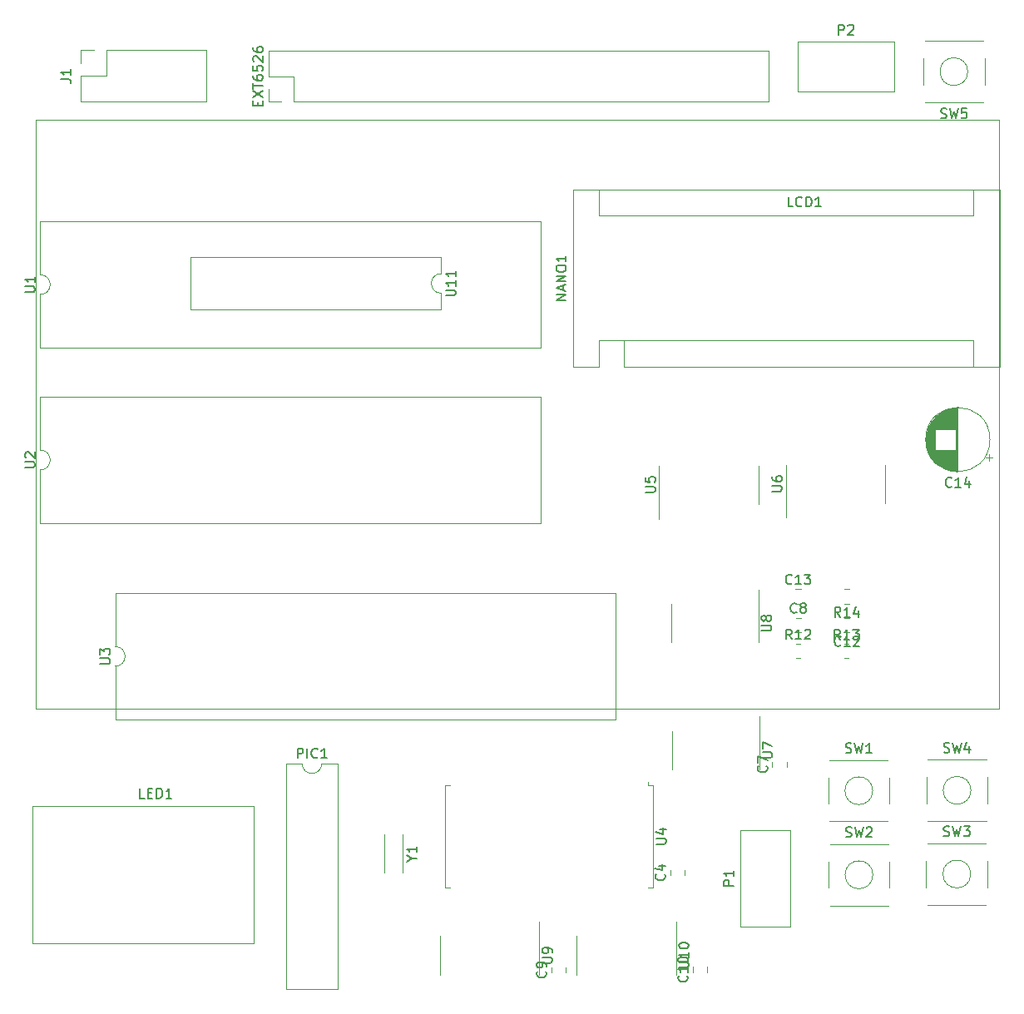
<source format=gbr>
%TF.GenerationSoftware,KiCad,Pcbnew,(5.1.7)-1*%
%TF.CreationDate,2020-12-26T11:55:58+01:00*%
%TF.ProjectId,sbc6526,73626336-3532-4362-9e6b-696361645f70,rev?*%
%TF.SameCoordinates,Original*%
%TF.FileFunction,Legend,Top*%
%TF.FilePolarity,Positive*%
%FSLAX46Y46*%
G04 Gerber Fmt 4.6, Leading zero omitted, Abs format (unit mm)*
G04 Created by KiCad (PCBNEW (5.1.7)-1) date 2020-12-26 11:55:58*
%MOMM*%
%LPD*%
G01*
G04 APERTURE LIST*
%ADD10C,0.120000*%
%ADD11C,0.150000*%
G04 APERTURE END LIST*
D10*
%TO.C,U3*%
X108995000Y-107610000D02*
X108995000Y-113070000D01*
X159915000Y-107610000D02*
X108995000Y-107610000D01*
X159915000Y-120530000D02*
X159915000Y-107610000D01*
X108995000Y-120530000D02*
X159915000Y-120530000D01*
X108995000Y-115070000D02*
X108995000Y-120530000D01*
X108995000Y-113070000D02*
G75*
G02*
X108995000Y-115070000I0J-1000000D01*
G01*
%TO.C,LCD1*%
X100925000Y-59425000D02*
X100925000Y-119425000D01*
X198925000Y-59425000D02*
X100925000Y-59425000D01*
X198925000Y-119425000D02*
X198925000Y-59425000D01*
X100925000Y-119425000D02*
X198925000Y-119425000D01*
%TO.C,U2*%
X101370000Y-87620000D02*
X101370000Y-93080000D01*
X152290000Y-87620000D02*
X101370000Y-87620000D01*
X152290000Y-100540000D02*
X152290000Y-87620000D01*
X101370000Y-100540000D02*
X152290000Y-100540000D01*
X101370000Y-95080000D02*
X101370000Y-100540000D01*
X101370000Y-93080000D02*
G75*
G02*
X101370000Y-95080000I0J-1000000D01*
G01*
%TO.C,EXT6526*%
X124570000Y-57630000D02*
X124570000Y-56300000D01*
X125900000Y-57630000D02*
X124570000Y-57630000D01*
X124570000Y-55030000D02*
X124570000Y-52430000D01*
X127170000Y-55030000D02*
X124570000Y-55030000D01*
X127170000Y-57630000D02*
X127170000Y-55030000D01*
X124570000Y-52430000D02*
X175490000Y-52430000D01*
X127170000Y-57630000D02*
X175490000Y-57630000D01*
X175490000Y-57630000D02*
X175490000Y-52430000D01*
%TO.C,LED1*%
X123100000Y-129300000D02*
X100600000Y-129300000D01*
X123100000Y-143300000D02*
X123100000Y-129300000D01*
X100600000Y-143300000D02*
X123100000Y-143300000D01*
X100600000Y-129300000D02*
X100600000Y-143300000D01*
%TO.C,P1*%
X172603000Y-131767000D02*
X177673000Y-131767000D01*
X172603000Y-141537000D02*
X177673000Y-141537000D01*
X177673000Y-141537000D02*
X177673000Y-131767000D01*
X172603000Y-141537000D02*
X172603000Y-131767000D01*
%TO.C,C12*%
X183723752Y-110140000D02*
X183201248Y-110140000D01*
X183723752Y-111610000D02*
X183201248Y-111610000D01*
%TO.C,R13*%
X183197936Y-114260000D02*
X183652064Y-114260000D01*
X183197936Y-112790000D02*
X183652064Y-112790000D01*
%TO.C,R14*%
X183677064Y-107215000D02*
X183222936Y-107215000D01*
X183677064Y-108685000D02*
X183222936Y-108685000D01*
%TO.C,R12*%
X178272936Y-114250000D02*
X178727064Y-114250000D01*
X178272936Y-112780000D02*
X178727064Y-112780000D01*
%TO.C,C4*%
X166935000Y-136323752D02*
X166935000Y-135801248D01*
X165465000Y-136323752D02*
X165465000Y-135801248D01*
%TO.C,C7*%
X177335000Y-125323752D02*
X177335000Y-124801248D01*
X175865000Y-125323752D02*
X175865000Y-124801248D01*
%TO.C,C8*%
X178248748Y-111620000D02*
X178771252Y-111620000D01*
X178248748Y-110150000D02*
X178771252Y-110150000D01*
%TO.C,C9*%
X154835000Y-146223752D02*
X154835000Y-145701248D01*
X153365000Y-146223752D02*
X153365000Y-145701248D01*
%TO.C,C10*%
X169235000Y-146198752D02*
X169235000Y-145676248D01*
X167765000Y-146198752D02*
X167765000Y-145676248D01*
%TO.C,C13*%
X178238748Y-108685000D02*
X178761252Y-108685000D01*
X178238748Y-107215000D02*
X178761252Y-107215000D01*
%TO.C,C14*%
X197935241Y-94154000D02*
X197935241Y-93524000D01*
X198250241Y-93839000D02*
X197620241Y-93839000D01*
X191509000Y-92402000D02*
X191509000Y-91598000D01*
X191549000Y-92633000D02*
X191549000Y-91367000D01*
X191589000Y-92802000D02*
X191589000Y-91198000D01*
X191629000Y-92940000D02*
X191629000Y-91060000D01*
X191669000Y-93059000D02*
X191669000Y-90941000D01*
X191709000Y-93165000D02*
X191709000Y-90835000D01*
X191749000Y-93262000D02*
X191749000Y-90738000D01*
X191789000Y-93350000D02*
X191789000Y-90650000D01*
X191829000Y-93432000D02*
X191829000Y-90568000D01*
X191869000Y-93509000D02*
X191869000Y-90491000D01*
X191909000Y-93581000D02*
X191909000Y-90419000D01*
X191949000Y-93650000D02*
X191949000Y-90350000D01*
X191989000Y-93714000D02*
X191989000Y-90286000D01*
X192029000Y-93776000D02*
X192029000Y-90224000D01*
X192069000Y-93834000D02*
X192069000Y-90166000D01*
X192109000Y-93890000D02*
X192109000Y-90110000D01*
X192149000Y-93944000D02*
X192149000Y-90056000D01*
X192189000Y-93995000D02*
X192189000Y-90005000D01*
X192229000Y-94044000D02*
X192229000Y-89956000D01*
X192269000Y-94092000D02*
X192269000Y-89908000D01*
X192309000Y-94137000D02*
X192309000Y-89863000D01*
X192349000Y-94182000D02*
X192349000Y-89818000D01*
X192389000Y-94224000D02*
X192389000Y-89776000D01*
X192429000Y-94265000D02*
X192429000Y-89735000D01*
X192469000Y-90960000D02*
X192469000Y-89695000D01*
X192469000Y-94305000D02*
X192469000Y-93040000D01*
X192509000Y-90960000D02*
X192509000Y-89657000D01*
X192509000Y-94343000D02*
X192509000Y-93040000D01*
X192549000Y-90960000D02*
X192549000Y-89620000D01*
X192549000Y-94380000D02*
X192549000Y-93040000D01*
X192589000Y-90960000D02*
X192589000Y-89584000D01*
X192589000Y-94416000D02*
X192589000Y-93040000D01*
X192629000Y-90960000D02*
X192629000Y-89550000D01*
X192629000Y-94450000D02*
X192629000Y-93040000D01*
X192669000Y-90960000D02*
X192669000Y-89516000D01*
X192669000Y-94484000D02*
X192669000Y-93040000D01*
X192709000Y-90960000D02*
X192709000Y-89484000D01*
X192709000Y-94516000D02*
X192709000Y-93040000D01*
X192749000Y-90960000D02*
X192749000Y-89452000D01*
X192749000Y-94548000D02*
X192749000Y-93040000D01*
X192789000Y-90960000D02*
X192789000Y-89422000D01*
X192789000Y-94578000D02*
X192789000Y-93040000D01*
X192829000Y-90960000D02*
X192829000Y-89393000D01*
X192829000Y-94607000D02*
X192829000Y-93040000D01*
X192869000Y-90960000D02*
X192869000Y-89364000D01*
X192869000Y-94636000D02*
X192869000Y-93040000D01*
X192909000Y-90960000D02*
X192909000Y-89336000D01*
X192909000Y-94664000D02*
X192909000Y-93040000D01*
X192949000Y-90960000D02*
X192949000Y-89310000D01*
X192949000Y-94690000D02*
X192949000Y-93040000D01*
X192989000Y-90960000D02*
X192989000Y-89284000D01*
X192989000Y-94716000D02*
X192989000Y-93040000D01*
X193029000Y-90960000D02*
X193029000Y-89258000D01*
X193029000Y-94742000D02*
X193029000Y-93040000D01*
X193069000Y-90960000D02*
X193069000Y-89234000D01*
X193069000Y-94766000D02*
X193069000Y-93040000D01*
X193109000Y-90960000D02*
X193109000Y-89210000D01*
X193109000Y-94790000D02*
X193109000Y-93040000D01*
X193149000Y-90960000D02*
X193149000Y-89188000D01*
X193149000Y-94812000D02*
X193149000Y-93040000D01*
X193189000Y-90960000D02*
X193189000Y-89166000D01*
X193189000Y-94834000D02*
X193189000Y-93040000D01*
X193229000Y-90960000D02*
X193229000Y-89144000D01*
X193229000Y-94856000D02*
X193229000Y-93040000D01*
X193269000Y-90960000D02*
X193269000Y-89124000D01*
X193269000Y-94876000D02*
X193269000Y-93040000D01*
X193309000Y-90960000D02*
X193309000Y-89104000D01*
X193309000Y-94896000D02*
X193309000Y-93040000D01*
X193349000Y-90960000D02*
X193349000Y-89084000D01*
X193349000Y-94916000D02*
X193349000Y-93040000D01*
X193389000Y-90960000D02*
X193389000Y-89066000D01*
X193389000Y-94934000D02*
X193389000Y-93040000D01*
X193429000Y-90960000D02*
X193429000Y-89048000D01*
X193429000Y-94952000D02*
X193429000Y-93040000D01*
X193469000Y-90960000D02*
X193469000Y-89030000D01*
X193469000Y-94970000D02*
X193469000Y-93040000D01*
X193509000Y-90960000D02*
X193509000Y-89014000D01*
X193509000Y-94986000D02*
X193509000Y-93040000D01*
X193549000Y-90960000D02*
X193549000Y-88998000D01*
X193549000Y-95002000D02*
X193549000Y-93040000D01*
X193589000Y-90960000D02*
X193589000Y-88982000D01*
X193589000Y-95018000D02*
X193589000Y-93040000D01*
X193629000Y-90960000D02*
X193629000Y-88967000D01*
X193629000Y-95033000D02*
X193629000Y-93040000D01*
X193669000Y-90960000D02*
X193669000Y-88953000D01*
X193669000Y-95047000D02*
X193669000Y-93040000D01*
X193709000Y-90960000D02*
X193709000Y-88939000D01*
X193709000Y-95061000D02*
X193709000Y-93040000D01*
X193749000Y-90960000D02*
X193749000Y-88926000D01*
X193749000Y-95074000D02*
X193749000Y-93040000D01*
X193789000Y-90960000D02*
X193789000Y-88914000D01*
X193789000Y-95086000D02*
X193789000Y-93040000D01*
X193829000Y-90960000D02*
X193829000Y-88902000D01*
X193829000Y-95098000D02*
X193829000Y-93040000D01*
X193869000Y-90960000D02*
X193869000Y-88890000D01*
X193869000Y-95110000D02*
X193869000Y-93040000D01*
X193909000Y-90960000D02*
X193909000Y-88879000D01*
X193909000Y-95121000D02*
X193909000Y-93040000D01*
X193949000Y-90960000D02*
X193949000Y-88869000D01*
X193949000Y-95131000D02*
X193949000Y-93040000D01*
X193989000Y-90960000D02*
X193989000Y-88859000D01*
X193989000Y-95141000D02*
X193989000Y-93040000D01*
X194029000Y-90960000D02*
X194029000Y-88850000D01*
X194029000Y-95150000D02*
X194029000Y-93040000D01*
X194070000Y-90960000D02*
X194070000Y-88841000D01*
X194070000Y-95159000D02*
X194070000Y-93040000D01*
X194110000Y-90960000D02*
X194110000Y-88833000D01*
X194110000Y-95167000D02*
X194110000Y-93040000D01*
X194150000Y-90960000D02*
X194150000Y-88825000D01*
X194150000Y-95175000D02*
X194150000Y-93040000D01*
X194190000Y-90960000D02*
X194190000Y-88818000D01*
X194190000Y-95182000D02*
X194190000Y-93040000D01*
X194230000Y-90960000D02*
X194230000Y-88811000D01*
X194230000Y-95189000D02*
X194230000Y-93040000D01*
X194270000Y-90960000D02*
X194270000Y-88805000D01*
X194270000Y-95195000D02*
X194270000Y-93040000D01*
X194310000Y-90960000D02*
X194310000Y-88799000D01*
X194310000Y-95201000D02*
X194310000Y-93040000D01*
X194350000Y-90960000D02*
X194350000Y-88794000D01*
X194350000Y-95206000D02*
X194350000Y-93040000D01*
X194390000Y-90960000D02*
X194390000Y-88789000D01*
X194390000Y-95211000D02*
X194390000Y-93040000D01*
X194430000Y-90960000D02*
X194430000Y-88785000D01*
X194430000Y-95215000D02*
X194430000Y-93040000D01*
X194470000Y-90960000D02*
X194470000Y-88782000D01*
X194470000Y-95218000D02*
X194470000Y-93040000D01*
X194510000Y-90960000D02*
X194510000Y-88778000D01*
X194510000Y-95222000D02*
X194510000Y-93040000D01*
X194550000Y-95224000D02*
X194550000Y-88776000D01*
X194590000Y-95227000D02*
X194590000Y-88773000D01*
X194630000Y-95228000D02*
X194630000Y-88772000D01*
X194670000Y-95230000D02*
X194670000Y-88770000D01*
X194710000Y-95230000D02*
X194710000Y-88770000D01*
X194750000Y-95230000D02*
X194750000Y-88770000D01*
X198020000Y-92000000D02*
G75*
G03*
X198020000Y-92000000I-3270000J0D01*
G01*
%TO.C,NANO1*%
X155560000Y-66560000D02*
X155560000Y-84600000D01*
X199000000Y-66560000D02*
X155560000Y-66560000D01*
X199000000Y-84600000D02*
X199000000Y-66560000D01*
X196330000Y-81930000D02*
X196330000Y-84600000D01*
X160770000Y-81930000D02*
X196330000Y-81930000D01*
X160770000Y-81930000D02*
X160770000Y-84600000D01*
X196330000Y-69230000D02*
X196330000Y-66560000D01*
X158230000Y-69230000D02*
X196330000Y-69230000D01*
X158230000Y-69230000D02*
X158230000Y-66560000D01*
X155560000Y-84600000D02*
X158230000Y-84600000D01*
X160770000Y-84600000D02*
X199000000Y-84600000D01*
X158230000Y-81930000D02*
X158230000Y-84600000D01*
X160770000Y-81930000D02*
X158230000Y-81930000D01*
%TO.C,P2*%
X188245000Y-51470000D02*
X188245000Y-56540000D01*
X178475000Y-51470000D02*
X178475000Y-56540000D01*
X178475000Y-56540000D02*
X188245000Y-56540000D01*
X178475000Y-51470000D02*
X188245000Y-51470000D01*
%TO.C,PIC1*%
X131660000Y-124970000D02*
X130010000Y-124970000D01*
X131660000Y-147950000D02*
X131660000Y-124970000D01*
X126360000Y-147950000D02*
X131660000Y-147950000D01*
X126360000Y-124970000D02*
X126360000Y-147950000D01*
X128010000Y-124970000D02*
X126360000Y-124970000D01*
X130010000Y-124970000D02*
G75*
G02*
X128010000Y-124970000I-1000000J0D01*
G01*
%TO.C,U4*%
X142585000Y-132400000D02*
X142585000Y-137590000D01*
X142585000Y-137590000D02*
X143085000Y-137590000D01*
X142585000Y-132400000D02*
X142585000Y-127210000D01*
X142585000Y-127210000D02*
X143085000Y-127210000D01*
X163755000Y-132400000D02*
X163755000Y-137590000D01*
X163755000Y-137590000D02*
X163255000Y-137590000D01*
X163755000Y-132400000D02*
X163755000Y-127210000D01*
X163755000Y-127210000D02*
X163255000Y-127210000D01*
X163255000Y-127210000D02*
X163255000Y-126850000D01*
%TO.C,U5*%
X164340000Y-96600000D02*
X164340000Y-100050000D01*
X164340000Y-96600000D02*
X164340000Y-94650000D01*
X174460000Y-96600000D02*
X174460000Y-98550000D01*
X174460000Y-96600000D02*
X174460000Y-94650000D01*
%TO.C,U6*%
X177240000Y-96500000D02*
X177240000Y-99950000D01*
X177240000Y-96500000D02*
X177240000Y-94550000D01*
X187360000Y-96500000D02*
X187360000Y-98450000D01*
X187360000Y-96500000D02*
X187360000Y-94550000D01*
%TO.C,U7*%
X174575000Y-123620000D02*
X174575000Y-120170000D01*
X174575000Y-123620000D02*
X174575000Y-125570000D01*
X165705000Y-123620000D02*
X165705000Y-121670000D01*
X165705000Y-123620000D02*
X165705000Y-125570000D01*
%TO.C,U8*%
X174475000Y-110710000D02*
X174475000Y-107260000D01*
X174475000Y-110710000D02*
X174475000Y-112660000D01*
X165605000Y-110710000D02*
X165605000Y-108760000D01*
X165605000Y-110710000D02*
X165605000Y-112660000D01*
%TO.C,U9*%
X152160000Y-144500000D02*
X152160000Y-141050000D01*
X152160000Y-144500000D02*
X152160000Y-146450000D01*
X142040000Y-144500000D02*
X142040000Y-142550000D01*
X142040000Y-144500000D02*
X142040000Y-146450000D01*
%TO.C,U10*%
X166060000Y-144500000D02*
X166060000Y-141050000D01*
X166060000Y-144500000D02*
X166060000Y-146450000D01*
X155940000Y-144500000D02*
X155940000Y-142550000D01*
X155940000Y-144500000D02*
X155940000Y-146450000D01*
%TO.C,U11*%
X142173000Y-78760000D02*
X142173000Y-77110000D01*
X116653000Y-78760000D02*
X142173000Y-78760000D01*
X116653000Y-73460000D02*
X116653000Y-78760000D01*
X142173000Y-73460000D02*
X116653000Y-73460000D01*
X142173000Y-75110000D02*
X142173000Y-73460000D01*
X142173000Y-77110000D02*
G75*
G02*
X142173000Y-75110000I0J1000000D01*
G01*
%TO.C,Y1*%
X136380000Y-132220000D02*
X136380000Y-136060000D01*
X138220000Y-132220000D02*
X138220000Y-136060000D01*
%TO.C,J1*%
X105470000Y-53700000D02*
X105470000Y-52370000D01*
X105470000Y-52370000D02*
X106800000Y-52370000D01*
X105470000Y-54970000D02*
X108070000Y-54970000D01*
X108070000Y-54970000D02*
X108070000Y-52370000D01*
X108070000Y-52370000D02*
X118290000Y-52370000D01*
X118290000Y-57570000D02*
X118290000Y-52370000D01*
X105470000Y-57570000D02*
X118290000Y-57570000D01*
X105470000Y-57570000D02*
X105470000Y-54970000D01*
%TO.C,SW1*%
X187790000Y-126400000D02*
X187790000Y-129080000D01*
X181550000Y-129080000D02*
X181550000Y-126400000D01*
X181700000Y-124620000D02*
X187640000Y-124620000D01*
X181700000Y-130860000D02*
X187640000Y-130860000D01*
X186084214Y-127740000D02*
G75*
G03*
X186084214Y-127740000I-1414214J0D01*
G01*
%TO.C,SW2*%
X187810000Y-134960000D02*
X187810000Y-137640000D01*
X181570000Y-137640000D02*
X181570000Y-134960000D01*
X181720000Y-133180000D02*
X187660000Y-133180000D01*
X181720000Y-139420000D02*
X187660000Y-139420000D01*
X186104214Y-136300000D02*
G75*
G03*
X186104214Y-136300000I-1414214J0D01*
G01*
%TO.C,SW3*%
X197770000Y-134880000D02*
X197770000Y-137560000D01*
X191530000Y-137560000D02*
X191530000Y-134880000D01*
X191680000Y-133100000D02*
X197620000Y-133100000D01*
X191680000Y-139340000D02*
X197620000Y-139340000D01*
X196064214Y-136220000D02*
G75*
G03*
X196064214Y-136220000I-1414214J0D01*
G01*
%TO.C,SW4*%
X197790000Y-126360000D02*
X197790000Y-129040000D01*
X191550000Y-129040000D02*
X191550000Y-126360000D01*
X191700000Y-124580000D02*
X197640000Y-124580000D01*
X191700000Y-130820000D02*
X197640000Y-130820000D01*
X196084214Y-127700000D02*
G75*
G03*
X196084214Y-127700000I-1414214J0D01*
G01*
%TO.C,SW5*%
X191230000Y-55890000D02*
X191230000Y-53210000D01*
X197470000Y-53210000D02*
X197470000Y-55890000D01*
X197320000Y-57670000D02*
X191380000Y-57670000D01*
X197320000Y-51430000D02*
X191380000Y-51430000D01*
X195764214Y-54550000D02*
G75*
G03*
X195764214Y-54550000I-1414214J0D01*
G01*
%TO.C,U1*%
X101370000Y-69770000D02*
X101370000Y-75230000D01*
X152290000Y-69770000D02*
X101370000Y-69770000D01*
X152290000Y-82690000D02*
X152290000Y-69770000D01*
X101370000Y-82690000D02*
X152290000Y-82690000D01*
X101370000Y-77230000D02*
X101370000Y-82690000D01*
X101370000Y-75230000D02*
G75*
G02*
X101370000Y-77230000I0J-1000000D01*
G01*
%TO.C,U3*%
D11*
X107447380Y-114831904D02*
X108256904Y-114831904D01*
X108352142Y-114784285D01*
X108399761Y-114736666D01*
X108447380Y-114641428D01*
X108447380Y-114450952D01*
X108399761Y-114355714D01*
X108352142Y-114308095D01*
X108256904Y-114260476D01*
X107447380Y-114260476D01*
X107447380Y-113879523D02*
X107447380Y-113260476D01*
X107828333Y-113593809D01*
X107828333Y-113450952D01*
X107875952Y-113355714D01*
X107923571Y-113308095D01*
X108018809Y-113260476D01*
X108256904Y-113260476D01*
X108352142Y-113308095D01*
X108399761Y-113355714D01*
X108447380Y-113450952D01*
X108447380Y-113736666D01*
X108399761Y-113831904D01*
X108352142Y-113879523D01*
%TO.C,LCD1*%
X177968333Y-68287380D02*
X177492142Y-68287380D01*
X177492142Y-67287380D01*
X178873095Y-68192142D02*
X178825476Y-68239761D01*
X178682619Y-68287380D01*
X178587380Y-68287380D01*
X178444523Y-68239761D01*
X178349285Y-68144523D01*
X178301666Y-68049285D01*
X178254047Y-67858809D01*
X178254047Y-67715952D01*
X178301666Y-67525476D01*
X178349285Y-67430238D01*
X178444523Y-67335000D01*
X178587380Y-67287380D01*
X178682619Y-67287380D01*
X178825476Y-67335000D01*
X178873095Y-67382619D01*
X179301666Y-68287380D02*
X179301666Y-67287380D01*
X179539761Y-67287380D01*
X179682619Y-67335000D01*
X179777857Y-67430238D01*
X179825476Y-67525476D01*
X179873095Y-67715952D01*
X179873095Y-67858809D01*
X179825476Y-68049285D01*
X179777857Y-68144523D01*
X179682619Y-68239761D01*
X179539761Y-68287380D01*
X179301666Y-68287380D01*
X180825476Y-68287380D02*
X180254047Y-68287380D01*
X180539761Y-68287380D02*
X180539761Y-67287380D01*
X180444523Y-67430238D01*
X180349285Y-67525476D01*
X180254047Y-67573095D01*
%TO.C,U2*%
X99822380Y-94841904D02*
X100631904Y-94841904D01*
X100727142Y-94794285D01*
X100774761Y-94746666D01*
X100822380Y-94651428D01*
X100822380Y-94460952D01*
X100774761Y-94365714D01*
X100727142Y-94318095D01*
X100631904Y-94270476D01*
X99822380Y-94270476D01*
X99917619Y-93841904D02*
X99870000Y-93794285D01*
X99822380Y-93699047D01*
X99822380Y-93460952D01*
X99870000Y-93365714D01*
X99917619Y-93318095D01*
X100012857Y-93270476D01*
X100108095Y-93270476D01*
X100250952Y-93318095D01*
X100822380Y-93889523D01*
X100822380Y-93270476D01*
%TO.C,EXT6526*%
X123498571Y-58006190D02*
X123498571Y-57672857D01*
X124022380Y-57530000D02*
X124022380Y-58006190D01*
X123022380Y-58006190D01*
X123022380Y-57530000D01*
X123022380Y-57196666D02*
X124022380Y-56530000D01*
X123022380Y-56530000D02*
X124022380Y-57196666D01*
X123022380Y-56291904D02*
X123022380Y-55720476D01*
X124022380Y-56006190D02*
X123022380Y-56006190D01*
X123022380Y-54958571D02*
X123022380Y-55149047D01*
X123070000Y-55244285D01*
X123117619Y-55291904D01*
X123260476Y-55387142D01*
X123450952Y-55434761D01*
X123831904Y-55434761D01*
X123927142Y-55387142D01*
X123974761Y-55339523D01*
X124022380Y-55244285D01*
X124022380Y-55053809D01*
X123974761Y-54958571D01*
X123927142Y-54910952D01*
X123831904Y-54863333D01*
X123593809Y-54863333D01*
X123498571Y-54910952D01*
X123450952Y-54958571D01*
X123403333Y-55053809D01*
X123403333Y-55244285D01*
X123450952Y-55339523D01*
X123498571Y-55387142D01*
X123593809Y-55434761D01*
X123022380Y-53958571D02*
X123022380Y-54434761D01*
X123498571Y-54482380D01*
X123450952Y-54434761D01*
X123403333Y-54339523D01*
X123403333Y-54101428D01*
X123450952Y-54006190D01*
X123498571Y-53958571D01*
X123593809Y-53910952D01*
X123831904Y-53910952D01*
X123927142Y-53958571D01*
X123974761Y-54006190D01*
X124022380Y-54101428D01*
X124022380Y-54339523D01*
X123974761Y-54434761D01*
X123927142Y-54482380D01*
X123117619Y-53530000D02*
X123070000Y-53482380D01*
X123022380Y-53387142D01*
X123022380Y-53149047D01*
X123070000Y-53053809D01*
X123117619Y-53006190D01*
X123212857Y-52958571D01*
X123308095Y-52958571D01*
X123450952Y-53006190D01*
X124022380Y-53577619D01*
X124022380Y-52958571D01*
X123022380Y-52101428D02*
X123022380Y-52291904D01*
X123070000Y-52387142D01*
X123117619Y-52434761D01*
X123260476Y-52530000D01*
X123450952Y-52577619D01*
X123831904Y-52577619D01*
X123927142Y-52530000D01*
X123974761Y-52482380D01*
X124022380Y-52387142D01*
X124022380Y-52196666D01*
X123974761Y-52101428D01*
X123927142Y-52053809D01*
X123831904Y-52006190D01*
X123593809Y-52006190D01*
X123498571Y-52053809D01*
X123450952Y-52101428D01*
X123403333Y-52196666D01*
X123403333Y-52387142D01*
X123450952Y-52482380D01*
X123498571Y-52530000D01*
X123593809Y-52577619D01*
%TO.C,LED1*%
X111980952Y-128502380D02*
X111504761Y-128502380D01*
X111504761Y-127502380D01*
X112314285Y-127978571D02*
X112647619Y-127978571D01*
X112790476Y-128502380D02*
X112314285Y-128502380D01*
X112314285Y-127502380D01*
X112790476Y-127502380D01*
X113219047Y-128502380D02*
X113219047Y-127502380D01*
X113457142Y-127502380D01*
X113600000Y-127550000D01*
X113695238Y-127645238D01*
X113742857Y-127740476D01*
X113790476Y-127930952D01*
X113790476Y-128073809D01*
X113742857Y-128264285D01*
X113695238Y-128359523D01*
X113600000Y-128454761D01*
X113457142Y-128502380D01*
X113219047Y-128502380D01*
X114742857Y-128502380D02*
X114171428Y-128502380D01*
X114457142Y-128502380D02*
X114457142Y-127502380D01*
X114361904Y-127645238D01*
X114266666Y-127740476D01*
X114171428Y-127788095D01*
%TO.C,P1*%
X171925380Y-137390095D02*
X170925380Y-137390095D01*
X170925380Y-137009142D01*
X170973000Y-136913904D01*
X171020619Y-136866285D01*
X171115857Y-136818666D01*
X171258714Y-136818666D01*
X171353952Y-136866285D01*
X171401571Y-136913904D01*
X171449190Y-137009142D01*
X171449190Y-137390095D01*
X171925380Y-135866285D02*
X171925380Y-136437714D01*
X171925380Y-136152000D02*
X170925380Y-136152000D01*
X171068238Y-136247238D01*
X171163476Y-136342476D01*
X171211095Y-136437714D01*
%TO.C,C12*%
X182819642Y-112912142D02*
X182772023Y-112959761D01*
X182629166Y-113007380D01*
X182533928Y-113007380D01*
X182391071Y-112959761D01*
X182295833Y-112864523D01*
X182248214Y-112769285D01*
X182200595Y-112578809D01*
X182200595Y-112435952D01*
X182248214Y-112245476D01*
X182295833Y-112150238D01*
X182391071Y-112055000D01*
X182533928Y-112007380D01*
X182629166Y-112007380D01*
X182772023Y-112055000D01*
X182819642Y-112102619D01*
X183772023Y-113007380D02*
X183200595Y-113007380D01*
X183486309Y-113007380D02*
X183486309Y-112007380D01*
X183391071Y-112150238D01*
X183295833Y-112245476D01*
X183200595Y-112293095D01*
X184152976Y-112102619D02*
X184200595Y-112055000D01*
X184295833Y-112007380D01*
X184533928Y-112007380D01*
X184629166Y-112055000D01*
X184676785Y-112102619D01*
X184724404Y-112197857D01*
X184724404Y-112293095D01*
X184676785Y-112435952D01*
X184105357Y-113007380D01*
X184724404Y-113007380D01*
%TO.C,R13*%
X182782142Y-112327380D02*
X182448809Y-111851190D01*
X182210714Y-112327380D02*
X182210714Y-111327380D01*
X182591666Y-111327380D01*
X182686904Y-111375000D01*
X182734523Y-111422619D01*
X182782142Y-111517857D01*
X182782142Y-111660714D01*
X182734523Y-111755952D01*
X182686904Y-111803571D01*
X182591666Y-111851190D01*
X182210714Y-111851190D01*
X183734523Y-112327380D02*
X183163095Y-112327380D01*
X183448809Y-112327380D02*
X183448809Y-111327380D01*
X183353571Y-111470238D01*
X183258333Y-111565476D01*
X183163095Y-111613095D01*
X184067857Y-111327380D02*
X184686904Y-111327380D01*
X184353571Y-111708333D01*
X184496428Y-111708333D01*
X184591666Y-111755952D01*
X184639285Y-111803571D01*
X184686904Y-111898809D01*
X184686904Y-112136904D01*
X184639285Y-112232142D01*
X184591666Y-112279761D01*
X184496428Y-112327380D01*
X184210714Y-112327380D01*
X184115476Y-112279761D01*
X184067857Y-112232142D01*
%TO.C,R14*%
X182807142Y-110052380D02*
X182473809Y-109576190D01*
X182235714Y-110052380D02*
X182235714Y-109052380D01*
X182616666Y-109052380D01*
X182711904Y-109100000D01*
X182759523Y-109147619D01*
X182807142Y-109242857D01*
X182807142Y-109385714D01*
X182759523Y-109480952D01*
X182711904Y-109528571D01*
X182616666Y-109576190D01*
X182235714Y-109576190D01*
X183759523Y-110052380D02*
X183188095Y-110052380D01*
X183473809Y-110052380D02*
X183473809Y-109052380D01*
X183378571Y-109195238D01*
X183283333Y-109290476D01*
X183188095Y-109338095D01*
X184616666Y-109385714D02*
X184616666Y-110052380D01*
X184378571Y-109004761D02*
X184140476Y-109719047D01*
X184759523Y-109719047D01*
%TO.C,R12*%
X177857142Y-112317380D02*
X177523809Y-111841190D01*
X177285714Y-112317380D02*
X177285714Y-111317380D01*
X177666666Y-111317380D01*
X177761904Y-111365000D01*
X177809523Y-111412619D01*
X177857142Y-111507857D01*
X177857142Y-111650714D01*
X177809523Y-111745952D01*
X177761904Y-111793571D01*
X177666666Y-111841190D01*
X177285714Y-111841190D01*
X178809523Y-112317380D02*
X178238095Y-112317380D01*
X178523809Y-112317380D02*
X178523809Y-111317380D01*
X178428571Y-111460238D01*
X178333333Y-111555476D01*
X178238095Y-111603095D01*
X179190476Y-111412619D02*
X179238095Y-111365000D01*
X179333333Y-111317380D01*
X179571428Y-111317380D01*
X179666666Y-111365000D01*
X179714285Y-111412619D01*
X179761904Y-111507857D01*
X179761904Y-111603095D01*
X179714285Y-111745952D01*
X179142857Y-112317380D01*
X179761904Y-112317380D01*
%TO.C,C4*%
X164877142Y-136229166D02*
X164924761Y-136276785D01*
X164972380Y-136419642D01*
X164972380Y-136514880D01*
X164924761Y-136657738D01*
X164829523Y-136752976D01*
X164734285Y-136800595D01*
X164543809Y-136848214D01*
X164400952Y-136848214D01*
X164210476Y-136800595D01*
X164115238Y-136752976D01*
X164020000Y-136657738D01*
X163972380Y-136514880D01*
X163972380Y-136419642D01*
X164020000Y-136276785D01*
X164067619Y-136229166D01*
X164305714Y-135372023D02*
X164972380Y-135372023D01*
X163924761Y-135610119D02*
X164639047Y-135848214D01*
X164639047Y-135229166D01*
%TO.C,C7*%
X175277142Y-125229166D02*
X175324761Y-125276785D01*
X175372380Y-125419642D01*
X175372380Y-125514880D01*
X175324761Y-125657738D01*
X175229523Y-125752976D01*
X175134285Y-125800595D01*
X174943809Y-125848214D01*
X174800952Y-125848214D01*
X174610476Y-125800595D01*
X174515238Y-125752976D01*
X174420000Y-125657738D01*
X174372380Y-125514880D01*
X174372380Y-125419642D01*
X174420000Y-125276785D01*
X174467619Y-125229166D01*
X174372380Y-124895833D02*
X174372380Y-124229166D01*
X175372380Y-124657738D01*
%TO.C,C8*%
X178343333Y-109562142D02*
X178295714Y-109609761D01*
X178152857Y-109657380D01*
X178057619Y-109657380D01*
X177914761Y-109609761D01*
X177819523Y-109514523D01*
X177771904Y-109419285D01*
X177724285Y-109228809D01*
X177724285Y-109085952D01*
X177771904Y-108895476D01*
X177819523Y-108800238D01*
X177914761Y-108705000D01*
X178057619Y-108657380D01*
X178152857Y-108657380D01*
X178295714Y-108705000D01*
X178343333Y-108752619D01*
X178914761Y-109085952D02*
X178819523Y-109038333D01*
X178771904Y-108990714D01*
X178724285Y-108895476D01*
X178724285Y-108847857D01*
X178771904Y-108752619D01*
X178819523Y-108705000D01*
X178914761Y-108657380D01*
X179105238Y-108657380D01*
X179200476Y-108705000D01*
X179248095Y-108752619D01*
X179295714Y-108847857D01*
X179295714Y-108895476D01*
X179248095Y-108990714D01*
X179200476Y-109038333D01*
X179105238Y-109085952D01*
X178914761Y-109085952D01*
X178819523Y-109133571D01*
X178771904Y-109181190D01*
X178724285Y-109276428D01*
X178724285Y-109466904D01*
X178771904Y-109562142D01*
X178819523Y-109609761D01*
X178914761Y-109657380D01*
X179105238Y-109657380D01*
X179200476Y-109609761D01*
X179248095Y-109562142D01*
X179295714Y-109466904D01*
X179295714Y-109276428D01*
X179248095Y-109181190D01*
X179200476Y-109133571D01*
X179105238Y-109085952D01*
%TO.C,C9*%
X152777142Y-146129166D02*
X152824761Y-146176785D01*
X152872380Y-146319642D01*
X152872380Y-146414880D01*
X152824761Y-146557738D01*
X152729523Y-146652976D01*
X152634285Y-146700595D01*
X152443809Y-146748214D01*
X152300952Y-146748214D01*
X152110476Y-146700595D01*
X152015238Y-146652976D01*
X151920000Y-146557738D01*
X151872380Y-146414880D01*
X151872380Y-146319642D01*
X151920000Y-146176785D01*
X151967619Y-146129166D01*
X152872380Y-145652976D02*
X152872380Y-145462500D01*
X152824761Y-145367261D01*
X152777142Y-145319642D01*
X152634285Y-145224404D01*
X152443809Y-145176785D01*
X152062857Y-145176785D01*
X151967619Y-145224404D01*
X151920000Y-145272023D01*
X151872380Y-145367261D01*
X151872380Y-145557738D01*
X151920000Y-145652976D01*
X151967619Y-145700595D01*
X152062857Y-145748214D01*
X152300952Y-145748214D01*
X152396190Y-145700595D01*
X152443809Y-145652976D01*
X152491428Y-145557738D01*
X152491428Y-145367261D01*
X152443809Y-145272023D01*
X152396190Y-145224404D01*
X152300952Y-145176785D01*
%TO.C,C10*%
X167177142Y-146580357D02*
X167224761Y-146627976D01*
X167272380Y-146770833D01*
X167272380Y-146866071D01*
X167224761Y-147008928D01*
X167129523Y-147104166D01*
X167034285Y-147151785D01*
X166843809Y-147199404D01*
X166700952Y-147199404D01*
X166510476Y-147151785D01*
X166415238Y-147104166D01*
X166320000Y-147008928D01*
X166272380Y-146866071D01*
X166272380Y-146770833D01*
X166320000Y-146627976D01*
X166367619Y-146580357D01*
X167272380Y-145627976D02*
X167272380Y-146199404D01*
X167272380Y-145913690D02*
X166272380Y-145913690D01*
X166415238Y-146008928D01*
X166510476Y-146104166D01*
X166558095Y-146199404D01*
X166272380Y-145008928D02*
X166272380Y-144913690D01*
X166320000Y-144818452D01*
X166367619Y-144770833D01*
X166462857Y-144723214D01*
X166653333Y-144675595D01*
X166891428Y-144675595D01*
X167081904Y-144723214D01*
X167177142Y-144770833D01*
X167224761Y-144818452D01*
X167272380Y-144913690D01*
X167272380Y-145008928D01*
X167224761Y-145104166D01*
X167177142Y-145151785D01*
X167081904Y-145199404D01*
X166891428Y-145247023D01*
X166653333Y-145247023D01*
X166462857Y-145199404D01*
X166367619Y-145151785D01*
X166320000Y-145104166D01*
X166272380Y-145008928D01*
%TO.C,C13*%
X177857142Y-106627142D02*
X177809523Y-106674761D01*
X177666666Y-106722380D01*
X177571428Y-106722380D01*
X177428571Y-106674761D01*
X177333333Y-106579523D01*
X177285714Y-106484285D01*
X177238095Y-106293809D01*
X177238095Y-106150952D01*
X177285714Y-105960476D01*
X177333333Y-105865238D01*
X177428571Y-105770000D01*
X177571428Y-105722380D01*
X177666666Y-105722380D01*
X177809523Y-105770000D01*
X177857142Y-105817619D01*
X178809523Y-106722380D02*
X178238095Y-106722380D01*
X178523809Y-106722380D02*
X178523809Y-105722380D01*
X178428571Y-105865238D01*
X178333333Y-105960476D01*
X178238095Y-106008095D01*
X179142857Y-105722380D02*
X179761904Y-105722380D01*
X179428571Y-106103333D01*
X179571428Y-106103333D01*
X179666666Y-106150952D01*
X179714285Y-106198571D01*
X179761904Y-106293809D01*
X179761904Y-106531904D01*
X179714285Y-106627142D01*
X179666666Y-106674761D01*
X179571428Y-106722380D01*
X179285714Y-106722380D01*
X179190476Y-106674761D01*
X179142857Y-106627142D01*
%TO.C,C14*%
X194107142Y-96757142D02*
X194059523Y-96804761D01*
X193916666Y-96852380D01*
X193821428Y-96852380D01*
X193678571Y-96804761D01*
X193583333Y-96709523D01*
X193535714Y-96614285D01*
X193488095Y-96423809D01*
X193488095Y-96280952D01*
X193535714Y-96090476D01*
X193583333Y-95995238D01*
X193678571Y-95900000D01*
X193821428Y-95852380D01*
X193916666Y-95852380D01*
X194059523Y-95900000D01*
X194107142Y-95947619D01*
X195059523Y-96852380D02*
X194488095Y-96852380D01*
X194773809Y-96852380D02*
X194773809Y-95852380D01*
X194678571Y-95995238D01*
X194583333Y-96090476D01*
X194488095Y-96138095D01*
X195916666Y-96185714D02*
X195916666Y-96852380D01*
X195678571Y-95804761D02*
X195440476Y-96519047D01*
X196059523Y-96519047D01*
%TO.C,NANO1*%
X154872380Y-77818095D02*
X153872380Y-77818095D01*
X154872380Y-77246666D01*
X153872380Y-77246666D01*
X154586666Y-76818095D02*
X154586666Y-76341904D01*
X154872380Y-76913333D02*
X153872380Y-76580000D01*
X154872380Y-76246666D01*
X154872380Y-75913333D02*
X153872380Y-75913333D01*
X154872380Y-75341904D01*
X153872380Y-75341904D01*
X153872380Y-74675238D02*
X153872380Y-74484761D01*
X153920000Y-74389523D01*
X154015238Y-74294285D01*
X154205714Y-74246666D01*
X154539047Y-74246666D01*
X154729523Y-74294285D01*
X154824761Y-74389523D01*
X154872380Y-74484761D01*
X154872380Y-74675238D01*
X154824761Y-74770476D01*
X154729523Y-74865714D01*
X154539047Y-74913333D01*
X154205714Y-74913333D01*
X154015238Y-74865714D01*
X153920000Y-74770476D01*
X153872380Y-74675238D01*
X154872380Y-73294285D02*
X154872380Y-73865714D01*
X154872380Y-73580000D02*
X153872380Y-73580000D01*
X154015238Y-73675238D01*
X154110476Y-73770476D01*
X154158095Y-73865714D01*
%TO.C,P2*%
X182621904Y-50792380D02*
X182621904Y-49792380D01*
X183002857Y-49792380D01*
X183098095Y-49840000D01*
X183145714Y-49887619D01*
X183193333Y-49982857D01*
X183193333Y-50125714D01*
X183145714Y-50220952D01*
X183098095Y-50268571D01*
X183002857Y-50316190D01*
X182621904Y-50316190D01*
X183574285Y-49887619D02*
X183621904Y-49840000D01*
X183717142Y-49792380D01*
X183955238Y-49792380D01*
X184050476Y-49840000D01*
X184098095Y-49887619D01*
X184145714Y-49982857D01*
X184145714Y-50078095D01*
X184098095Y-50220952D01*
X183526666Y-50792380D01*
X184145714Y-50792380D01*
%TO.C,PIC1*%
X127533809Y-124422380D02*
X127533809Y-123422380D01*
X127914761Y-123422380D01*
X128010000Y-123470000D01*
X128057619Y-123517619D01*
X128105238Y-123612857D01*
X128105238Y-123755714D01*
X128057619Y-123850952D01*
X128010000Y-123898571D01*
X127914761Y-123946190D01*
X127533809Y-123946190D01*
X128533809Y-124422380D02*
X128533809Y-123422380D01*
X129581428Y-124327142D02*
X129533809Y-124374761D01*
X129390952Y-124422380D01*
X129295714Y-124422380D01*
X129152857Y-124374761D01*
X129057619Y-124279523D01*
X129010000Y-124184285D01*
X128962380Y-123993809D01*
X128962380Y-123850952D01*
X129010000Y-123660476D01*
X129057619Y-123565238D01*
X129152857Y-123470000D01*
X129295714Y-123422380D01*
X129390952Y-123422380D01*
X129533809Y-123470000D01*
X129581428Y-123517619D01*
X130533809Y-124422380D02*
X129962380Y-124422380D01*
X130248095Y-124422380D02*
X130248095Y-123422380D01*
X130152857Y-123565238D01*
X130057619Y-123660476D01*
X129962380Y-123708095D01*
%TO.C,U4*%
X164052380Y-133161904D02*
X164861904Y-133161904D01*
X164957142Y-133114285D01*
X165004761Y-133066666D01*
X165052380Y-132971428D01*
X165052380Y-132780952D01*
X165004761Y-132685714D01*
X164957142Y-132638095D01*
X164861904Y-132590476D01*
X164052380Y-132590476D01*
X164385714Y-131685714D02*
X165052380Y-131685714D01*
X164004761Y-131923809D02*
X164719047Y-132161904D01*
X164719047Y-131542857D01*
%TO.C,U5*%
X162952380Y-97361904D02*
X163761904Y-97361904D01*
X163857142Y-97314285D01*
X163904761Y-97266666D01*
X163952380Y-97171428D01*
X163952380Y-96980952D01*
X163904761Y-96885714D01*
X163857142Y-96838095D01*
X163761904Y-96790476D01*
X162952380Y-96790476D01*
X162952380Y-95838095D02*
X162952380Y-96314285D01*
X163428571Y-96361904D01*
X163380952Y-96314285D01*
X163333333Y-96219047D01*
X163333333Y-95980952D01*
X163380952Y-95885714D01*
X163428571Y-95838095D01*
X163523809Y-95790476D01*
X163761904Y-95790476D01*
X163857142Y-95838095D01*
X163904761Y-95885714D01*
X163952380Y-95980952D01*
X163952380Y-96219047D01*
X163904761Y-96314285D01*
X163857142Y-96361904D01*
%TO.C,U6*%
X175852380Y-97261904D02*
X176661904Y-97261904D01*
X176757142Y-97214285D01*
X176804761Y-97166666D01*
X176852380Y-97071428D01*
X176852380Y-96880952D01*
X176804761Y-96785714D01*
X176757142Y-96738095D01*
X176661904Y-96690476D01*
X175852380Y-96690476D01*
X175852380Y-95785714D02*
X175852380Y-95976190D01*
X175900000Y-96071428D01*
X175947619Y-96119047D01*
X176090476Y-96214285D01*
X176280952Y-96261904D01*
X176661904Y-96261904D01*
X176757142Y-96214285D01*
X176804761Y-96166666D01*
X176852380Y-96071428D01*
X176852380Y-95880952D01*
X176804761Y-95785714D01*
X176757142Y-95738095D01*
X176661904Y-95690476D01*
X176423809Y-95690476D01*
X176328571Y-95738095D01*
X176280952Y-95785714D01*
X176233333Y-95880952D01*
X176233333Y-96071428D01*
X176280952Y-96166666D01*
X176328571Y-96214285D01*
X176423809Y-96261904D01*
%TO.C,U7*%
X174872380Y-124381904D02*
X175681904Y-124381904D01*
X175777142Y-124334285D01*
X175824761Y-124286666D01*
X175872380Y-124191428D01*
X175872380Y-124000952D01*
X175824761Y-123905714D01*
X175777142Y-123858095D01*
X175681904Y-123810476D01*
X174872380Y-123810476D01*
X174872380Y-123429523D02*
X174872380Y-122762857D01*
X175872380Y-123191428D01*
%TO.C,U8*%
X174772380Y-111471904D02*
X175581904Y-111471904D01*
X175677142Y-111424285D01*
X175724761Y-111376666D01*
X175772380Y-111281428D01*
X175772380Y-111090952D01*
X175724761Y-110995714D01*
X175677142Y-110948095D01*
X175581904Y-110900476D01*
X174772380Y-110900476D01*
X175200952Y-110281428D02*
X175153333Y-110376666D01*
X175105714Y-110424285D01*
X175010476Y-110471904D01*
X174962857Y-110471904D01*
X174867619Y-110424285D01*
X174820000Y-110376666D01*
X174772380Y-110281428D01*
X174772380Y-110090952D01*
X174820000Y-109995714D01*
X174867619Y-109948095D01*
X174962857Y-109900476D01*
X175010476Y-109900476D01*
X175105714Y-109948095D01*
X175153333Y-109995714D01*
X175200952Y-110090952D01*
X175200952Y-110281428D01*
X175248571Y-110376666D01*
X175296190Y-110424285D01*
X175391428Y-110471904D01*
X175581904Y-110471904D01*
X175677142Y-110424285D01*
X175724761Y-110376666D01*
X175772380Y-110281428D01*
X175772380Y-110090952D01*
X175724761Y-109995714D01*
X175677142Y-109948095D01*
X175581904Y-109900476D01*
X175391428Y-109900476D01*
X175296190Y-109948095D01*
X175248571Y-109995714D01*
X175200952Y-110090952D01*
%TO.C,U9*%
X152452380Y-145261904D02*
X153261904Y-145261904D01*
X153357142Y-145214285D01*
X153404761Y-145166666D01*
X153452380Y-145071428D01*
X153452380Y-144880952D01*
X153404761Y-144785714D01*
X153357142Y-144738095D01*
X153261904Y-144690476D01*
X152452380Y-144690476D01*
X153452380Y-144166666D02*
X153452380Y-143976190D01*
X153404761Y-143880952D01*
X153357142Y-143833333D01*
X153214285Y-143738095D01*
X153023809Y-143690476D01*
X152642857Y-143690476D01*
X152547619Y-143738095D01*
X152500000Y-143785714D01*
X152452380Y-143880952D01*
X152452380Y-144071428D01*
X152500000Y-144166666D01*
X152547619Y-144214285D01*
X152642857Y-144261904D01*
X152880952Y-144261904D01*
X152976190Y-144214285D01*
X153023809Y-144166666D01*
X153071428Y-144071428D01*
X153071428Y-143880952D01*
X153023809Y-143785714D01*
X152976190Y-143738095D01*
X152880952Y-143690476D01*
%TO.C,U10*%
X166352380Y-145738095D02*
X167161904Y-145738095D01*
X167257142Y-145690476D01*
X167304761Y-145642857D01*
X167352380Y-145547619D01*
X167352380Y-145357142D01*
X167304761Y-145261904D01*
X167257142Y-145214285D01*
X167161904Y-145166666D01*
X166352380Y-145166666D01*
X167352380Y-144166666D02*
X167352380Y-144738095D01*
X167352380Y-144452380D02*
X166352380Y-144452380D01*
X166495238Y-144547619D01*
X166590476Y-144642857D01*
X166638095Y-144738095D01*
X166352380Y-143547619D02*
X166352380Y-143452380D01*
X166400000Y-143357142D01*
X166447619Y-143309523D01*
X166542857Y-143261904D01*
X166733333Y-143214285D01*
X166971428Y-143214285D01*
X167161904Y-143261904D01*
X167257142Y-143309523D01*
X167304761Y-143357142D01*
X167352380Y-143452380D01*
X167352380Y-143547619D01*
X167304761Y-143642857D01*
X167257142Y-143690476D01*
X167161904Y-143738095D01*
X166971428Y-143785714D01*
X166733333Y-143785714D01*
X166542857Y-143738095D01*
X166447619Y-143690476D01*
X166400000Y-143642857D01*
X166352380Y-143547619D01*
%TO.C,U11*%
X142625380Y-77348095D02*
X143434904Y-77348095D01*
X143530142Y-77300476D01*
X143577761Y-77252857D01*
X143625380Y-77157619D01*
X143625380Y-76967142D01*
X143577761Y-76871904D01*
X143530142Y-76824285D01*
X143434904Y-76776666D01*
X142625380Y-76776666D01*
X143625380Y-75776666D02*
X143625380Y-76348095D01*
X143625380Y-76062380D02*
X142625380Y-76062380D01*
X142768238Y-76157619D01*
X142863476Y-76252857D01*
X142911095Y-76348095D01*
X143625380Y-74824285D02*
X143625380Y-75395714D01*
X143625380Y-75110000D02*
X142625380Y-75110000D01*
X142768238Y-75205238D01*
X142863476Y-75300476D01*
X142911095Y-75395714D01*
%TO.C,Y1*%
X139196190Y-134616190D02*
X139672380Y-134616190D01*
X138672380Y-134949523D02*
X139196190Y-134616190D01*
X138672380Y-134282857D01*
X139672380Y-133425714D02*
X139672380Y-133997142D01*
X139672380Y-133711428D02*
X138672380Y-133711428D01*
X138815238Y-133806666D01*
X138910476Y-133901904D01*
X138958095Y-133997142D01*
%TO.C,J1*%
X103482380Y-55303333D02*
X104196666Y-55303333D01*
X104339523Y-55350952D01*
X104434761Y-55446190D01*
X104482380Y-55589047D01*
X104482380Y-55684285D01*
X104482380Y-54303333D02*
X104482380Y-54874761D01*
X104482380Y-54589047D02*
X103482380Y-54589047D01*
X103625238Y-54684285D01*
X103720476Y-54779523D01*
X103768095Y-54874761D01*
%TO.C,SW1*%
X183336666Y-123844761D02*
X183479523Y-123892380D01*
X183717619Y-123892380D01*
X183812857Y-123844761D01*
X183860476Y-123797142D01*
X183908095Y-123701904D01*
X183908095Y-123606666D01*
X183860476Y-123511428D01*
X183812857Y-123463809D01*
X183717619Y-123416190D01*
X183527142Y-123368571D01*
X183431904Y-123320952D01*
X183384285Y-123273333D01*
X183336666Y-123178095D01*
X183336666Y-123082857D01*
X183384285Y-122987619D01*
X183431904Y-122940000D01*
X183527142Y-122892380D01*
X183765238Y-122892380D01*
X183908095Y-122940000D01*
X184241428Y-122892380D02*
X184479523Y-123892380D01*
X184670000Y-123178095D01*
X184860476Y-123892380D01*
X185098571Y-122892380D01*
X186003333Y-123892380D02*
X185431904Y-123892380D01*
X185717619Y-123892380D02*
X185717619Y-122892380D01*
X185622380Y-123035238D01*
X185527142Y-123130476D01*
X185431904Y-123178095D01*
%TO.C,SW2*%
X183356666Y-132404761D02*
X183499523Y-132452380D01*
X183737619Y-132452380D01*
X183832857Y-132404761D01*
X183880476Y-132357142D01*
X183928095Y-132261904D01*
X183928095Y-132166666D01*
X183880476Y-132071428D01*
X183832857Y-132023809D01*
X183737619Y-131976190D01*
X183547142Y-131928571D01*
X183451904Y-131880952D01*
X183404285Y-131833333D01*
X183356666Y-131738095D01*
X183356666Y-131642857D01*
X183404285Y-131547619D01*
X183451904Y-131500000D01*
X183547142Y-131452380D01*
X183785238Y-131452380D01*
X183928095Y-131500000D01*
X184261428Y-131452380D02*
X184499523Y-132452380D01*
X184690000Y-131738095D01*
X184880476Y-132452380D01*
X185118571Y-131452380D01*
X185451904Y-131547619D02*
X185499523Y-131500000D01*
X185594761Y-131452380D01*
X185832857Y-131452380D01*
X185928095Y-131500000D01*
X185975714Y-131547619D01*
X186023333Y-131642857D01*
X186023333Y-131738095D01*
X185975714Y-131880952D01*
X185404285Y-132452380D01*
X186023333Y-132452380D01*
%TO.C,SW3*%
X193316666Y-132324761D02*
X193459523Y-132372380D01*
X193697619Y-132372380D01*
X193792857Y-132324761D01*
X193840476Y-132277142D01*
X193888095Y-132181904D01*
X193888095Y-132086666D01*
X193840476Y-131991428D01*
X193792857Y-131943809D01*
X193697619Y-131896190D01*
X193507142Y-131848571D01*
X193411904Y-131800952D01*
X193364285Y-131753333D01*
X193316666Y-131658095D01*
X193316666Y-131562857D01*
X193364285Y-131467619D01*
X193411904Y-131420000D01*
X193507142Y-131372380D01*
X193745238Y-131372380D01*
X193888095Y-131420000D01*
X194221428Y-131372380D02*
X194459523Y-132372380D01*
X194650000Y-131658095D01*
X194840476Y-132372380D01*
X195078571Y-131372380D01*
X195364285Y-131372380D02*
X195983333Y-131372380D01*
X195650000Y-131753333D01*
X195792857Y-131753333D01*
X195888095Y-131800952D01*
X195935714Y-131848571D01*
X195983333Y-131943809D01*
X195983333Y-132181904D01*
X195935714Y-132277142D01*
X195888095Y-132324761D01*
X195792857Y-132372380D01*
X195507142Y-132372380D01*
X195411904Y-132324761D01*
X195364285Y-132277142D01*
%TO.C,SW4*%
X193336666Y-123804761D02*
X193479523Y-123852380D01*
X193717619Y-123852380D01*
X193812857Y-123804761D01*
X193860476Y-123757142D01*
X193908095Y-123661904D01*
X193908095Y-123566666D01*
X193860476Y-123471428D01*
X193812857Y-123423809D01*
X193717619Y-123376190D01*
X193527142Y-123328571D01*
X193431904Y-123280952D01*
X193384285Y-123233333D01*
X193336666Y-123138095D01*
X193336666Y-123042857D01*
X193384285Y-122947619D01*
X193431904Y-122900000D01*
X193527142Y-122852380D01*
X193765238Y-122852380D01*
X193908095Y-122900000D01*
X194241428Y-122852380D02*
X194479523Y-123852380D01*
X194670000Y-123138095D01*
X194860476Y-123852380D01*
X195098571Y-122852380D01*
X195908095Y-123185714D02*
X195908095Y-123852380D01*
X195670000Y-122804761D02*
X195431904Y-123519047D01*
X196050952Y-123519047D01*
%TO.C,SW5*%
X193016666Y-59254761D02*
X193159523Y-59302380D01*
X193397619Y-59302380D01*
X193492857Y-59254761D01*
X193540476Y-59207142D01*
X193588095Y-59111904D01*
X193588095Y-59016666D01*
X193540476Y-58921428D01*
X193492857Y-58873809D01*
X193397619Y-58826190D01*
X193207142Y-58778571D01*
X193111904Y-58730952D01*
X193064285Y-58683333D01*
X193016666Y-58588095D01*
X193016666Y-58492857D01*
X193064285Y-58397619D01*
X193111904Y-58350000D01*
X193207142Y-58302380D01*
X193445238Y-58302380D01*
X193588095Y-58350000D01*
X193921428Y-58302380D02*
X194159523Y-59302380D01*
X194350000Y-58588095D01*
X194540476Y-59302380D01*
X194778571Y-58302380D01*
X195635714Y-58302380D02*
X195159523Y-58302380D01*
X195111904Y-58778571D01*
X195159523Y-58730952D01*
X195254761Y-58683333D01*
X195492857Y-58683333D01*
X195588095Y-58730952D01*
X195635714Y-58778571D01*
X195683333Y-58873809D01*
X195683333Y-59111904D01*
X195635714Y-59207142D01*
X195588095Y-59254761D01*
X195492857Y-59302380D01*
X195254761Y-59302380D01*
X195159523Y-59254761D01*
X195111904Y-59207142D01*
%TO.C,U1*%
X99822380Y-76991904D02*
X100631904Y-76991904D01*
X100727142Y-76944285D01*
X100774761Y-76896666D01*
X100822380Y-76801428D01*
X100822380Y-76610952D01*
X100774761Y-76515714D01*
X100727142Y-76468095D01*
X100631904Y-76420476D01*
X99822380Y-76420476D01*
X100822380Y-75420476D02*
X100822380Y-75991904D01*
X100822380Y-75706190D02*
X99822380Y-75706190D01*
X99965238Y-75801428D01*
X100060476Y-75896666D01*
X100108095Y-75991904D01*
%TD*%
M02*

</source>
